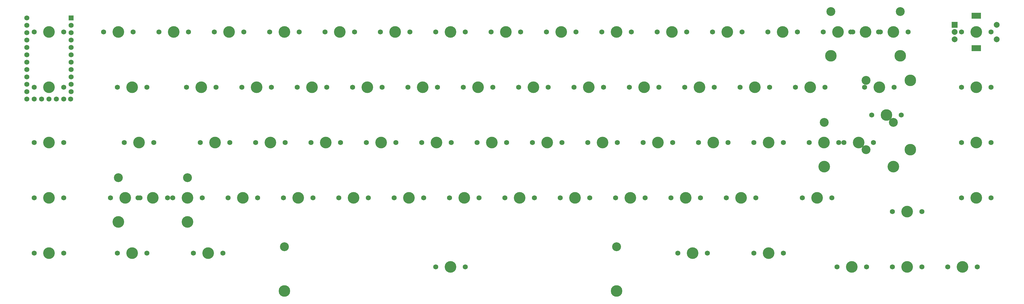
<source format=gbr>
%TF.GenerationSoftware,KiCad,Pcbnew,(6.0.4)*%
%TF.CreationDate,2022-11-05T13:10:03+01:00*%
%TF.ProjectId,65MK,36354d4b-2e6b-4696-9361-645f70636258,rev?*%
%TF.SameCoordinates,Original*%
%TF.FileFunction,Soldermask,Top*%
%TF.FilePolarity,Negative*%
%FSLAX46Y46*%
G04 Gerber Fmt 4.6, Leading zero omitted, Abs format (unit mm)*
G04 Created by KiCad (PCBNEW (6.0.4)) date 2022-11-05 13:10:03*
%MOMM*%
%LPD*%
G01*
G04 APERTURE LIST*
%ADD10C,1.750000*%
%ADD11C,4.000000*%
%ADD12C,3.048000*%
%ADD13C,3.987800*%
%ADD14C,3.050000*%
%ADD15R,2.000000X2.000000*%
%ADD16C,2.000000*%
%ADD17R,3.200000X2.000000*%
%ADD18R,1.752600X1.752600*%
%ADD19C,1.752600*%
G04 APERTURE END LIST*
D10*
%TO.C,MX13*%
X281599936Y-105568750D03*
D11*
X286679936Y-105568750D03*
D10*
X291759936Y-105568750D03*
%TD*%
%TO.C,MX1*%
X48237436Y-105568750D03*
D11*
X53317436Y-105568750D03*
D10*
X58397436Y-105568750D03*
%TD*%
%TO.C,MX46*%
X286997436Y-143668750D03*
X276837436Y-143668750D03*
D11*
X281917436Y-143668750D03*
%TD*%
D10*
%TO.C,MX8*%
X196509936Y-105568750D03*
D11*
X191429936Y-105568750D03*
D10*
X186349936Y-105568750D03*
%TD*%
%TO.C,MX14*%
X310809936Y-105568750D03*
D11*
X305729936Y-105568750D03*
D10*
X300649936Y-105568750D03*
%TD*%
%TO.C,MX16*%
X338749936Y-105568750D03*
D11*
X343829936Y-105568750D03*
D10*
X348909936Y-105568750D03*
%TD*%
%TO.C,MX74*%
X372722436Y-186531250D03*
X362562436Y-186531250D03*
D11*
X367642436Y-186531250D03*
%TD*%
%TO.C,MX36*%
X84273686Y-143668750D03*
D10*
X79193686Y-143668750D03*
X89353686Y-143668750D03*
%TD*%
%TO.C,MX48*%
X314937436Y-143668750D03*
X325097436Y-143668750D03*
D11*
X320017436Y-143668750D03*
%TD*%
D10*
%TO.C,MX61*%
X277472436Y-162718750D03*
D11*
X272392436Y-162718750D03*
D10*
X267312436Y-162718750D03*
%TD*%
%TO.C,MX55*%
X153012436Y-162718750D03*
D11*
X158092436Y-162718750D03*
D10*
X163172436Y-162718750D03*
%TD*%
%TO.C,MX43*%
X219687436Y-143668750D03*
D11*
X224767436Y-143668750D03*
D10*
X229847436Y-143668750D03*
%TD*%
%TO.C,MX54*%
X133962436Y-162718750D03*
X144122436Y-162718750D03*
D11*
X139042436Y-162718750D03*
%TD*%
D10*
%TO.C,MX68*%
X86972436Y-181768750D03*
D11*
X81892436Y-181768750D03*
D10*
X76812436Y-181768750D03*
%TD*%
D11*
%TO.C,MX17*%
X372404936Y-105568750D03*
D10*
X367324936Y-105568750D03*
X377484936Y-105568750D03*
%TD*%
%TO.C,MX52*%
X95862436Y-162718750D03*
D11*
X100942436Y-162718750D03*
D10*
X106022436Y-162718750D03*
%TD*%
%TO.C,MX33*%
X367324936Y-124618750D03*
D11*
X372404936Y-124618750D03*
D10*
X377484936Y-124618750D03*
%TD*%
D11*
%TO.C,MX49*%
X372404936Y-143668750D03*
D10*
X377484936Y-143668750D03*
X367324936Y-143668750D03*
%TD*%
%TO.C,MX26*%
X214924936Y-124618750D03*
X225084936Y-124618750D03*
D11*
X220004936Y-124618750D03*
%TD*%
%TO.C,MX29*%
X277154936Y-124618750D03*
D10*
X272074936Y-124618750D03*
X282234936Y-124618750D03*
%TD*%
%TO.C,MX30*%
X301284936Y-124618750D03*
X291124936Y-124618750D03*
D11*
X296204936Y-124618750D03*
%TD*%
%TO.C,MX27*%
X239054936Y-124618750D03*
D10*
X233974936Y-124618750D03*
X244134936Y-124618750D03*
%TD*%
%TO.C,MX37*%
X105387436Y-143668750D03*
D11*
X110467436Y-143668750D03*
D10*
X115547436Y-143668750D03*
%TD*%
%TO.C,MX53*%
X125072436Y-162718750D03*
X114912436Y-162718750D03*
D11*
X119992436Y-162718750D03*
%TD*%
D10*
%TO.C,MX10*%
X224449936Y-105568750D03*
X234609936Y-105568750D03*
D11*
X229529936Y-105568750D03*
%TD*%
D10*
%TO.C,MX62*%
X296522436Y-162718750D03*
D11*
X291442436Y-162718750D03*
D10*
X286362436Y-162718750D03*
%TD*%
%TO.C,MX50*%
X48237436Y-162718750D03*
X58397436Y-162718750D03*
D11*
X53317436Y-162718750D03*
%TD*%
D10*
%TO.C,MX60*%
X248262436Y-162718750D03*
D11*
X253342436Y-162718750D03*
D10*
X258422436Y-162718750D03*
%TD*%
%TO.C,MX71*%
X306047436Y-181768750D03*
X295887436Y-181768750D03*
D11*
X300967436Y-181768750D03*
%TD*%
D10*
%TO.C,MX70*%
X269693686Y-181768750D03*
D11*
X274773686Y-181768750D03*
D10*
X279853686Y-181768750D03*
%TD*%
%TO.C,MX34*%
X337003686Y-143668750D03*
D11*
X331923686Y-143668750D03*
D12*
X334463686Y-146081750D03*
D11*
X320023686Y-151908750D03*
D13*
X349703686Y-122205750D03*
X349703686Y-146081750D03*
D10*
X326843686Y-143668750D03*
D12*
X334463686Y-122205750D03*
D13*
X341448686Y-134143750D03*
D10*
X346528686Y-134143750D03*
X336368686Y-134143750D03*
D11*
X343823686Y-151908750D03*
D14*
X343823686Y-136668750D03*
X320023686Y-136668750D03*
%TD*%
D11*
%TO.C,MX28*%
X258104936Y-124618750D03*
D10*
X253024936Y-124618750D03*
X263184936Y-124618750D03*
%TD*%
D11*
%TO.C,MX65*%
X372404936Y-162718750D03*
D10*
X367324936Y-162718750D03*
X377484936Y-162718750D03*
%TD*%
%TO.C,MX73*%
X353672436Y-186531250D03*
D11*
X348592436Y-186531250D03*
D10*
X343512436Y-186531250D03*
%TD*%
%TO.C,MX6*%
X158409936Y-105568750D03*
X148249936Y-105568750D03*
D11*
X153329936Y-105568750D03*
%TD*%
D10*
%TO.C,MX5*%
X139359936Y-105568750D03*
X129199936Y-105568750D03*
D11*
X134279936Y-105568750D03*
%TD*%
D10*
%TO.C,MX3*%
X101259936Y-105568750D03*
D11*
X96179936Y-105568750D03*
D10*
X91099936Y-105568750D03*
%TD*%
%TO.C,MX18*%
X58397436Y-124618750D03*
X48237436Y-124618750D03*
D11*
X53317436Y-124618750D03*
%TD*%
%TO.C,MX31*%
X315254936Y-124618750D03*
D10*
X310174936Y-124618750D03*
X320334936Y-124618750D03*
%TD*%
%TO.C,MX2*%
X72049936Y-105568750D03*
X82209936Y-105568750D03*
D11*
X77129936Y-105568750D03*
%TD*%
%TO.C,MX25*%
X200954936Y-124618750D03*
D10*
X206034936Y-124618750D03*
X195874936Y-124618750D03*
%TD*%
%TO.C,MX23*%
X157774936Y-124618750D03*
D11*
X162854936Y-124618750D03*
D10*
X167934936Y-124618750D03*
%TD*%
%TO.C,MX69*%
X113166186Y-181768750D03*
X103006186Y-181768750D03*
D11*
X108086186Y-181768750D03*
%TD*%
%TO.C,MX44*%
X243817436Y-143668750D03*
D10*
X238737436Y-143668750D03*
X248897436Y-143668750D03*
%TD*%
D12*
%TO.C,MX66*%
X134279936Y-179546250D03*
D10*
X186349936Y-186531250D03*
D13*
X134279936Y-194786250D03*
D10*
X196509936Y-186531250D03*
D12*
X248579936Y-179546250D03*
D13*
X248579936Y-194786250D03*
D11*
X191429936Y-186531250D03*
%TD*%
D10*
%TO.C,MX72*%
X324462436Y-186531250D03*
X334622436Y-186531250D03*
D11*
X329542436Y-186531250D03*
%TD*%
%TO.C,MX51*%
X77136186Y-170958750D03*
D10*
X83956186Y-162718750D03*
X84591186Y-162718750D03*
D14*
X77136186Y-155718750D03*
D10*
X74431186Y-162718750D03*
D11*
X89036186Y-162718750D03*
D10*
X94116186Y-162718750D03*
D14*
X100936186Y-155718750D03*
D11*
X79511186Y-162718750D03*
X100936186Y-170958750D03*
%TD*%
%TO.C,MX64*%
X348592436Y-167481250D03*
D10*
X343512436Y-167481250D03*
X353672436Y-167481250D03*
%TD*%
%TO.C,MX39*%
X143487436Y-143668750D03*
D11*
X148567436Y-143668750D03*
D10*
X153647436Y-143668750D03*
%TD*%
%TO.C,MX47*%
X306047436Y-143668750D03*
X295887436Y-143668750D03*
D11*
X300967436Y-143668750D03*
%TD*%
D15*
%TO.C,SW1*%
X364904936Y-103068750D03*
D16*
X364904936Y-108068750D03*
X364904936Y-105568750D03*
D17*
X372404936Y-99968750D03*
X372404936Y-111168750D03*
D16*
X379404936Y-108068750D03*
X379404936Y-103068750D03*
%TD*%
D11*
%TO.C,MX59*%
X234292436Y-162718750D03*
D10*
X239372436Y-162718750D03*
X229212436Y-162718750D03*
%TD*%
D11*
%TO.C,MX4*%
X115229936Y-105568750D03*
D10*
X110149936Y-105568750D03*
X120309936Y-105568750D03*
%TD*%
%TO.C,MX42*%
X200637436Y-143668750D03*
X210797436Y-143668750D03*
D11*
X205717436Y-143668750D03*
%TD*%
D10*
%TO.C,MX38*%
X134597436Y-143668750D03*
D11*
X129517436Y-143668750D03*
D10*
X124437436Y-143668750D03*
%TD*%
%TO.C,MX15*%
X319699936Y-105568750D03*
D12*
X346242936Y-98517611D03*
D10*
X329224936Y-105568750D03*
D11*
X324779936Y-105568750D03*
D13*
X322366936Y-113757611D03*
D10*
X339384936Y-105568750D03*
X329859936Y-105568750D03*
D13*
X346242936Y-113757611D03*
D11*
X334304936Y-105568750D03*
D12*
X322366936Y-98517611D03*
%TD*%
D10*
%TO.C,MX41*%
X181587436Y-143668750D03*
D11*
X186667436Y-143668750D03*
D10*
X191747436Y-143668750D03*
%TD*%
D11*
%TO.C,MX24*%
X181904936Y-124618750D03*
D10*
X176824936Y-124618750D03*
X186984936Y-124618750D03*
%TD*%
%TO.C,MX12*%
X262549936Y-105568750D03*
X272709936Y-105568750D03*
D11*
X267629936Y-105568750D03*
%TD*%
%TO.C,MX63*%
X317636186Y-162718750D03*
D10*
X322716186Y-162718750D03*
X312556186Y-162718750D03*
%TD*%
%TO.C,MX11*%
X243499936Y-105568750D03*
D11*
X248579936Y-105568750D03*
D10*
X253659936Y-105568750D03*
%TD*%
%TO.C,MX58*%
X210162436Y-162718750D03*
D11*
X215242436Y-162718750D03*
D10*
X220322436Y-162718750D03*
%TD*%
%TO.C,MX45*%
X267947436Y-143668750D03*
X257787436Y-143668750D03*
D11*
X262867436Y-143668750D03*
%TD*%
D10*
%TO.C,MX35*%
X58397436Y-143668750D03*
X48237436Y-143668750D03*
D11*
X53317436Y-143668750D03*
%TD*%
D10*
%TO.C,MX19*%
X76812436Y-124618750D03*
X86972436Y-124618750D03*
D11*
X81892436Y-124618750D03*
%TD*%
D10*
%TO.C,MX32*%
X344147436Y-124618750D03*
X333987436Y-124618750D03*
D11*
X339067436Y-124618750D03*
%TD*%
D10*
%TO.C,MX40*%
X162537436Y-143668750D03*
D11*
X167617436Y-143668750D03*
D10*
X172697436Y-143668750D03*
%TD*%
%TO.C,MX9*%
X205399936Y-105568750D03*
X215559936Y-105568750D03*
D11*
X210479936Y-105568750D03*
%TD*%
D10*
%TO.C,MX7*%
X177459936Y-105568750D03*
D11*
X172379936Y-105568750D03*
D10*
X167299936Y-105568750D03*
%TD*%
%TO.C,MX21*%
X119674936Y-124618750D03*
X129834936Y-124618750D03*
D11*
X124754936Y-124618750D03*
%TD*%
D10*
%TO.C,MX22*%
X148884936Y-124618750D03*
D11*
X143804936Y-124618750D03*
D10*
X138724936Y-124618750D03*
%TD*%
D11*
%TO.C,MX57*%
X196192436Y-162718750D03*
D10*
X201272436Y-162718750D03*
X191112436Y-162718750D03*
%TD*%
%TO.C,MX20*%
X100624936Y-124618750D03*
D11*
X105704936Y-124618750D03*
D10*
X110784936Y-124618750D03*
%TD*%
D11*
%TO.C,MX67*%
X53317436Y-181768750D03*
D10*
X58397436Y-181768750D03*
X48237436Y-181768750D03*
%TD*%
D11*
%TO.C,MX56*%
X177142436Y-162718750D03*
D10*
X182222436Y-162718750D03*
X172062436Y-162718750D03*
%TD*%
D18*
%TO.C,EC1*%
X60937436Y-100729250D03*
D19*
X60937436Y-103269250D03*
X60937436Y-105809250D03*
X60937436Y-108349250D03*
X60937436Y-110889250D03*
X60937436Y-113429250D03*
X60937436Y-115969250D03*
X60937436Y-118509250D03*
X60937436Y-121049250D03*
X60937436Y-123589250D03*
X60937436Y-126129250D03*
X60708836Y-128669250D03*
X45697436Y-128669250D03*
X45697436Y-126129250D03*
X45697436Y-123589250D03*
X45697436Y-121049250D03*
X45697436Y-118509250D03*
X45697436Y-115969250D03*
X45697436Y-113429250D03*
X45697436Y-110889250D03*
X45697436Y-108349250D03*
X45697436Y-105809250D03*
X45697436Y-103269250D03*
X45697436Y-100729250D03*
X58397436Y-128669250D03*
X55857436Y-128669250D03*
X53317436Y-128669250D03*
X50777436Y-128669250D03*
X48237436Y-128669250D03*
%TD*%
M02*

</source>
